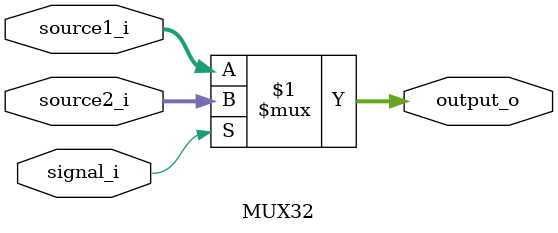
<source format=v>
module MUX32
(
    source1_i,
    source2_i,
    signal_i,
    output_o
);


// Interface
input  [31:0] source1_i;
input  [31:0] source2_i;
input  [ 0:0] signal_i;

output [31:0] output_o ;

// Calculate
assign output_o = (signal_i)? source2_i: source1_i;

endmodule
</source>
